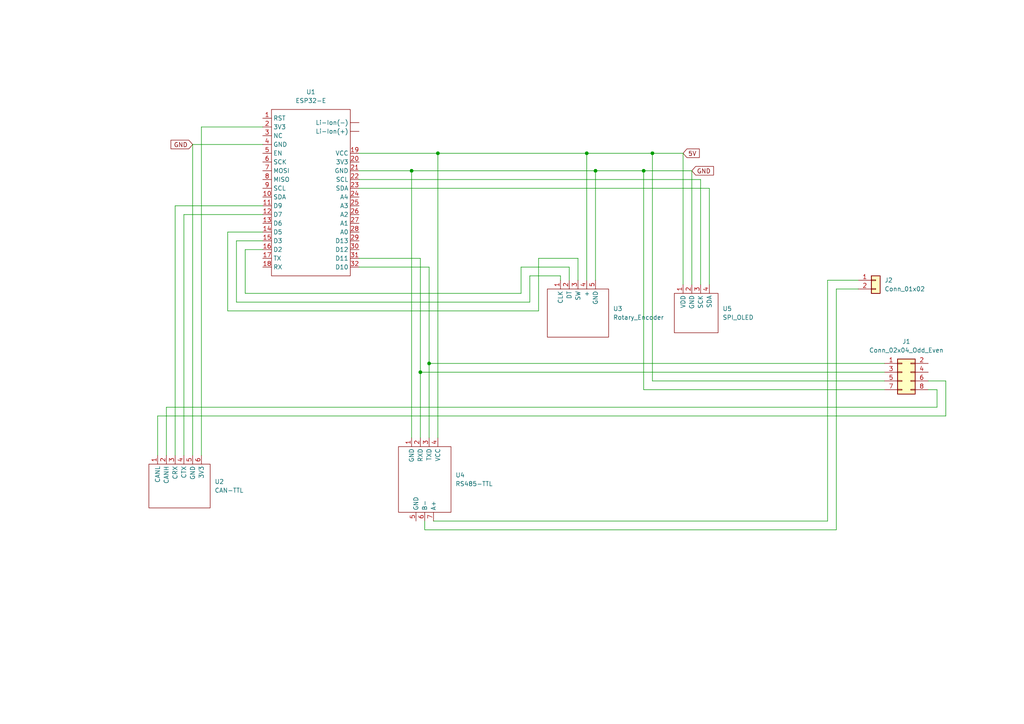
<source format=kicad_sch>
(kicad_sch (version 20211123) (generator eeschema)
  (paper "A4")
  (lib_symbols
    (symbol "Connector_Generic:Conn_01x02" (pin_names (offset 1.016) hide)
      (property "Reference" "J" (at 0 2.54 0))
      (property "Value" "Conn_01x02" (at 0 -5.08 0))
      (symbol "Conn_01x02_1_1"
        (rectangle (start -1.27 -2.413) (end 0 -2.667) (stroke (width 0.1524)))
        (rectangle (start -1.27 0.127) (end 0 -0.127) (stroke (width 0.1524)))
        (rectangle (start -1.27 1.27) (end 1.27 -3.81) (stroke (width 0.254)) (fill (type background)))
        (pin passive line (at -5.08 0 0) (length 3.81) (name "Pin_1") (number "1"))
        (pin passive line (at -5.08 -2.54 0) (length 3.81) (name "Pin_2") (number "2"))
      )
    )
    (symbol "Connector_Generic:Conn_02x04_Odd_Even" (pin_names (offset 1.016) hide)
      (property "Reference" "J" (at 1.27 5.08 0))
      (property "Value" "Conn_02x04_Odd_Even" (at 1.27 -7.62 0))
      (symbol "Conn_02x04_Odd_Even_1_1"
        (rectangle (start -1.27 -4.953) (end 0 -5.207) (stroke (width 0.1524)))
        (rectangle (start -1.27 -2.413) (end 0 -2.667) (stroke (width 0.1524)))
        (rectangle (start -1.27 0.127) (end 0 -0.127) (stroke (width 0.1524)))
        (rectangle (start -1.27 2.667) (end 0 2.413) (stroke (width 0.1524)))
        (rectangle (start -1.27 3.81) (end 3.81 -6.35) (stroke (width 0.254)) (fill (type background)))
        (rectangle (start 3.81 -4.953) (end 2.54 -5.207) (stroke (width 0.1524)))
        (rectangle (start 3.81 -2.413) (end 2.54 -2.667) (stroke (width 0.1524)))
        (rectangle (start 3.81 0.127) (end 2.54 -0.127) (stroke (width 0.1524)))
        (rectangle (start 3.81 2.667) (end 2.54 2.413) (stroke (width 0.1524)))
        (pin passive line (at -5.08 2.54 0) (length 3.81) (name "Pin_1") (number "1"))
        (pin passive line (at 7.62 2.54 180) (length 3.81) (name "Pin_2") (number "2"))
        (pin passive line (at -5.08 0 0) (length 3.81) (name "Pin_3") (number "3"))
        (pin passive line (at 7.62 0 180) (length 3.81) (name "Pin_4") (number "4"))
        (pin passive line (at -5.08 -2.54 0) (length 3.81) (name "Pin_5") (number "5"))
        (pin passive line (at 7.62 -2.54 180) (length 3.81) (name "Pin_6") (number "6"))
        (pin passive line (at -5.08 -5.08 0) (length 3.81) (name "Pin_7") (number "7"))
        (pin passive line (at 7.62 -5.08 180) (length 3.81) (name "Pin_8") (number "8"))
      )
    )
    (symbol "Zauberberg_DFRobot:ESP32-E"
      (property "Reference" "U" (at 0 5.08 0))
      (property "Value" "ESP32-E" (at 0 7.62 0))
      (symbol "ESP32-E_0_1"
        (rectangle (start -11.43 20.32) (end 11.43 -27.94))
      )
      (symbol "ESP32-E_1_1"
        (pin input line (at 13.97 13.97 180) (length 2.54) (name "Li-Ion(+)") (number ""))
        (pin input line (at 13.97 16.51 180) (length 2.54) (name "Li-Ion(-)") (number ""))
        (pin input line (at -13.97 17.78 0) (length 2.54) (name "RST") (number "1"))
        (pin input line (at -13.97 -5.08 0) (length 2.54) (name "SDA") (number "10"))
        (pin input line (at -13.97 -7.62 0) (length 2.54) (name "D9") (number "11"))
        (pin input line (at -13.97 -10.16 0) (length 2.54) (name "D7") (number "12"))
        (pin input line (at -13.97 -12.7 0) (length 2.54) (name "D6") (number "13"))
        (pin input line (at -13.97 -15.24 0) (length 2.54) (name "D5") (number "14"))
        (pin input line (at -13.97 -17.78 0) (length 2.54) (name "D3") (number "15"))
        (pin input line (at -13.97 -20.32 0) (length 2.54) (name "D2") (number "16"))
        (pin input line (at -13.97 -22.86 0) (length 2.54) (name "TX") (number "17"))
        (pin input line (at -13.97 -25.4 0) (length 2.54) (name "RX") (number "18"))
        (pin input line (at 13.97 7.62 180) (length 2.54) (name "VCC") (number "19"))
        (pin input line (at -13.97 15.24 0) (length 2.54) (name "3V3") (number "2"))
        (pin input line (at 13.97 5.08 180) (length 2.54) (name "3V3") (number "20"))
        (pin input line (at 13.97 2.54 180) (length 2.54) (name "GND") (number "21"))
        (pin input line (at 13.97 0 180) (length 2.54) (name "SCL") (number "22"))
        (pin input line (at 13.97 -2.54 180) (length 2.54) (name "SDA") (number "23"))
        (pin input line (at 13.97 -5.08 180) (length 2.54) (name "A4") (number "24"))
        (pin input line (at 13.97 -7.62 180) (length 2.54) (name "A3") (number "25"))
        (pin input line (at 13.97 -10.16 180) (length 2.54) (name "A2") (number "26"))
        (pin input line (at 13.97 -12.7 180) (length 2.54) (name "A1") (number "27"))
        (pin input line (at 13.97 -15.24 180) (length 2.54) (name "A0") (number "28"))
        (pin input line (at 13.97 -17.78 180) (length 2.54) (name "D13") (number "29"))
        (pin input line (at -13.97 12.7 0) (length 2.54) (name "NC") (number "3"))
        (pin input line (at 13.97 -20.32 180) (length 2.54) (name "D12") (number "30"))
        (pin input line (at 13.97 -22.86 180) (length 2.54) (name "D11") (number "31"))
        (pin input line (at 13.97 -25.4 180) (length 2.54) (name "D10") (number "32"))
        (pin input line (at -13.97 10.16 0) (length 2.54) (name "GND") (number "4"))
        (pin input line (at -13.97 7.62 0) (length 2.54) (name "EN") (number "5"))
        (pin input line (at -13.97 5.08 0) (length 2.54) (name "SCK") (number "6"))
        (pin input line (at -13.97 2.54 0) (length 2.54) (name "MOSI") (number "7"))
        (pin input line (at -13.97 0 0) (length 2.54) (name "MISO") (number "8"))
        (pin input line (at -13.97 -2.54 0) (length 2.54) (name "SCL") (number "9"))
      )
    )
    (symbol "Zauberberg_Peripherals:Rotary_Encoder"
      (property "Reference" "U" (at 0 0 0))
      (property "Value" "Rotary_Encoder" (at 0 2.54 0))
      (symbol "Rotary_Encoder_0_1"
        (rectangle (start -8.89 11.43) (end 8.89 -2.54))
      )
      (symbol "Rotary_Encoder_1_1"
        (pin input line (at -5.08 13.97 270) (length 2.54) (name "CLK") (number "1"))
        (pin input line (at -2.54 13.97 270) (length 2.54) (name "DT") (number "2"))
        (pin input line (at 0 13.97 270) (length 2.54) (name "SW") (number "3"))
        (pin input line (at 2.54 13.97 270) (length 2.54) (name "+") (number "4"))
        (pin input line (at 5.08 13.97 270) (length 2.54) (name "GND") (number "5"))
      )
    )
    (symbol "Zauberberg_Peripherals:SPI_OLED"
      (property "Reference" "U" (at 0 0 0))
      (property "Value" "SPI_OLED" (at 0 2.54 0))
      (symbol "SPI_OLED_0_1"
        (rectangle (start -6.35 10.16) (end 6.35 -1.27))
      )
      (symbol "SPI_OLED_1_1"
        (pin input line (at -3.81 12.7 270) (length 2.54) (name "VDD") (number "1"))
        (pin input line (at -1.27 12.7 270) (length 2.54) (name "GND") (number "2"))
        (pin input line (at 1.27 12.7 270) (length 2.54) (name "SCK") (number "3"))
        (pin input line (at 3.81 12.7 270) (length 2.54) (name "SDA") (number "4"))
      )
    )
    (symbol "Zuaberberg_Converting_Chips:CAN-TTL"
      (property "Reference" "U" (at 0 0 0))
      (property "Value" "CAN-TTL" (at 0 2.54 0))
      (symbol "CAN-TTL_0_1"
        (rectangle (start -8.89 10.16) (end 8.89 -2.54))
      )
      (symbol "CAN-TTL_1_1"
        (pin input line (at -6.35 12.7 270) (length 2.54) (name "CANL") (number "1"))
        (pin input line (at -3.81 12.7 270) (length 2.54) (name "CANH") (number "2"))
        (pin input line (at -1.27 12.7 270) (length 2.54) (name "CRX") (number "3"))
        (pin input line (at 1.27 12.7 270) (length 2.54) (name "CTX") (number "4"))
        (pin input line (at 3.81 12.7 270) (length 2.54) (name "GND") (number "5"))
        (pin input line (at 6.35 12.7 270) (length 2.54) (name "3V3") (number "6"))
      )
    )
    (symbol "Zuaberberg_Converting_Chips:RS485-TTL"
      (property "Reference" "U" (at 0 0 0))
      (property "Value" "RS485-TTL" (at 0 2.54 0))
      (symbol "RS485-TTL_0_1"
        (rectangle (start -7.62 11.43) (end 7.62 -7.62))
      )
      (symbol "RS485-TTL_1_1"
        (pin input line (at -3.81 13.97 270) (length 2.54) (name "GND") (number "1"))
        (pin input line (at -1.27 13.97 270) (length 2.54) (name "RXD") (number "2"))
        (pin input line (at 1.27 13.97 270) (length 2.54) (name "TXD") (number "3"))
        (pin input line (at 3.81 13.97 270) (length 2.54) (name "VCC") (number "4"))
        (pin input line (at -2.54 -10.16 90) (length 2.54) (name "GND") (number "5"))
        (pin input line (at 0 -10.16 90) (length 2.54) (name "B-") (number "6"))
        (pin input line (at 2.54 -10.16 90) (length 2.54) (name "A+") (number "7"))
      )
    )
  )
  (junction (at 170.18 44.45))
  (junction (at 119.38 49.53))
  (junction (at 121.92 107.95))
  (junction (at 186.69 49.53))
  (junction (at 189.23 44.45))
  (junction (at 172.72 49.53))
  (junction (at 127 44.45))
  (junction (at 124.46 105.41))
  (wire (pts (xy 48.26 118.11) (xy 271.78 118.11)))
  (wire (pts (xy 205.74 54.61) (xy 205.74 82.55)))
  (wire (pts (xy 76.2 36.83) (xy 58.42 36.83)))
  (wire (pts (xy 151.13 77.47) (xy 165.1 77.47)))
  (wire (pts (xy 68.58 69.85) (xy 68.58 87.63)))
  (wire (pts (xy 271.78 113.03) (xy 269.24 113.03)))
  (wire (pts (xy 104.14 74.93) (xy 121.92 74.93)))
  (wire (pts (xy 123.19 153.67) (xy 242.57 153.67)))
  (wire (pts (xy 68.58 69.85) (xy 76.2 69.85)))
  (wire (pts (xy 186.69 113.03) (xy 256.54 113.03)))
  (wire (pts (xy 123.19 151.13) (xy 123.19 153.67)))
  (wire (pts (xy 127 44.45) (xy 127 127)))
  (wire (pts (xy 55.88 41.91) (xy 55.88 132.08)))
  (wire (pts (xy 198.12 44.45) (xy 198.12 82.55)))
  (wire (pts (xy 170.18 44.45) (xy 170.18 81.28)))
  (wire (pts (xy 121.92 107.95) (xy 121.92 127)))
  (wire (pts (xy 156.21 90.17) (xy 156.21 74.93)))
  (wire (pts (xy 162.56 80.01) (xy 162.56 81.28)))
  (wire (pts (xy 189.23 110.49) (xy 256.54 110.49)))
  (wire (pts (xy 58.42 36.83) (xy 58.42 132.08)))
  (wire (pts (xy 274.32 120.65) (xy 274.32 110.49)))
  (wire (pts (xy 50.8 59.69) (xy 50.8 132.08)))
  (wire (pts (xy 119.38 49.53) (xy 119.38 127)))
  (wire (pts (xy 242.57 83.82) (xy 248.92 83.82)))
  (wire (pts (xy 165.1 77.47) (xy 165.1 81.28)))
  (wire (pts (xy 269.24 110.49) (xy 274.32 110.49)))
  (wire (pts (xy 71.12 72.39) (xy 71.12 85.09)))
  (wire (pts (xy 66.04 90.17) (xy 156.21 90.17)))
  (wire (pts (xy 121.92 74.93) (xy 121.92 107.95)))
  (wire (pts (xy 186.69 49.53) (xy 200.66 49.53)))
  (wire (pts (xy 240.03 81.28) (xy 248.92 81.28)))
  (wire (pts (xy 45.72 132.08) (xy 45.72 120.65)))
  (wire (pts (xy 125.73 151.13) (xy 240.03 151.13)))
  (wire (pts (xy 76.2 67.31) (xy 66.04 67.31)))
  (wire (pts (xy 156.21 74.93) (xy 167.64 74.93)))
  (wire (pts (xy 172.72 49.53) (xy 172.72 81.28)))
  (wire (pts (xy 151.13 85.09) (xy 151.13 77.47)))
  (wire (pts (xy 53.34 62.23) (xy 53.34 132.08)))
  (wire (pts (xy 189.23 44.45) (xy 198.12 44.45)))
  (wire (pts (xy 104.14 77.47) (xy 124.46 77.47)))
  (wire (pts (xy 48.26 132.08) (xy 48.26 118.11)))
  (wire (pts (xy 76.2 62.23) (xy 53.34 62.23)))
  (wire (pts (xy 121.92 107.95) (xy 256.54 107.95)))
  (wire (pts (xy 153.67 87.63) (xy 153.67 80.01)))
  (wire (pts (xy 104.14 49.53) (xy 119.38 49.53)))
  (wire (pts (xy 203.2 52.07) (xy 203.2 82.55)))
  (wire (pts (xy 189.23 44.45) (xy 189.23 110.49)))
  (wire (pts (xy 76.2 41.91) (xy 55.88 41.91)))
  (wire (pts (xy 104.14 52.07) (xy 203.2 52.07)))
  (wire (pts (xy 45.72 120.65) (xy 274.32 120.65)))
  (wire (pts (xy 76.2 72.39) (xy 71.12 72.39)))
  (wire (pts (xy 172.72 49.53) (xy 186.69 49.53)))
  (wire (pts (xy 186.69 49.53) (xy 186.69 113.03)))
  (wire (pts (xy 153.67 80.01) (xy 162.56 80.01)))
  (wire (pts (xy 124.46 77.47) (xy 124.46 105.41)))
  (wire (pts (xy 271.78 118.11) (xy 271.78 113.03)))
  (wire (pts (xy 242.57 153.67) (xy 242.57 83.82)))
  (wire (pts (xy 170.18 44.45) (xy 189.23 44.45)))
  (wire (pts (xy 127 44.45) (xy 170.18 44.45)))
  (wire (pts (xy 124.46 105.41) (xy 124.46 127)))
  (wire (pts (xy 68.58 87.63) (xy 153.67 87.63)))
  (wire (pts (xy 76.2 59.69) (xy 50.8 59.69)))
  (wire (pts (xy 104.14 44.45) (xy 127 44.45)))
  (wire (pts (xy 71.12 85.09) (xy 151.13 85.09)))
  (wire (pts (xy 119.38 49.53) (xy 172.72 49.53)))
  (wire (pts (xy 240.03 151.13) (xy 240.03 81.28)))
  (wire (pts (xy 104.14 54.61) (xy 205.74 54.61)))
  (wire (pts (xy 124.46 105.41) (xy 256.54 105.41)))
  (wire (pts (xy 66.04 67.31) (xy 66.04 90.17)))
  (wire (pts (xy 167.64 74.93) (xy 167.64 81.28)))
  (wire (pts (xy 200.66 49.53) (xy 200.66 82.55)))
  (global_label "GND" (shape input) (at 55.88 41.91 180) (property "Intersheet References" "${INTERSHEET_REFS}" (effects hide)))
  (global_label "GND" (shape input) (at 200.66 49.53 0) (property "Intersheet References" "${INTERSHEET_REFS}" (effects hide)))
  (global_label "5V" (shape input) (at 198.12 44.45 0) (property "Intersheet References" "${INTERSHEET_REFS}" (effects hide)))
  (symbol (lib_id "Zauberberg_DFRobot:ESP32-E") (at 90.17 52.07 0) (unit 1)
    (property "Reference" "U1" (at 90.17 26.67 0))
    (property "Value" "ESP32-E" (at 90.17 29.21 0))
  )
  (symbol (lib_id "Zuaberberg_Converting_Chips:CAN-TTL") (at 52.07 144.78 0) (unit 1)
    (property "Reference" "U2" (at 62.23 139.6999 0) (effects (justify left)))
    (property "Value" "CAN-TTL" (at 62.23 142.2399 0) (effects (justify left)))
  )
  (symbol (lib_id "Zuaberberg_Converting_Chips:RS485-TTL") (at 123.19 140.97 0) (unit 1)
    (property "Reference" "U4" (at 132.08 137.7949 0) (effects (justify left)))
    (property "Value" "RS485-TTL" (at 132.08 140.3349 0) (effects (justify left)))
  )
  (symbol (lib_id "Connector_Generic:Conn_01x02") (at 254 81.28 0) (unit 1)
    (property "Reference" "J2" (at 256.54 81.2799 0) (effects (justify left)))
    (property "Value" "Conn_01x02" (at 256.54 83.8199 0) (effects (justify left)))
    (property "Footprint" "Connector_PinHeader_1.00mm:PinHeader_1x02_P1.00mm_Vertical" (effects hide))
  )
  (symbol (lib_id "Zauberberg_Peripherals:Rotary_Encoder") (at 167.64 95.25 0) (unit 1)
    (property "Reference" "U3" (at 177.8 89.5349 0) (effects (justify left)))
    (property "Value" "Rotary_Encoder" (at 177.8 92.0749 0) (effects (justify left)))
  )
  (symbol (lib_id "Connector_Generic:Conn_02x04_Odd_Even") (at 261.62 107.95 0) (unit 1)
    (property "Reference" "J1" (at 262.89 99.06 0))
    (property "Value" "Conn_02x04_Odd_Even" (at 262.89 101.6 0))
    (property "Footprint" "Connector_IDC:IDC-Header_2x04_P2.54mm_Vertical" (effects hide))
  )
  (symbol (lib_id "Zauberberg_Peripherals:SPI_OLED") (at 201.93 95.25 0) (unit 1)
    (property "Reference" "U5" (at 209.55 89.5349 0) (effects (justify left)))
    (property "Value" "SPI_OLED" (at 209.55 92.0749 0) (effects (justify left)))
  )
)
</source>
